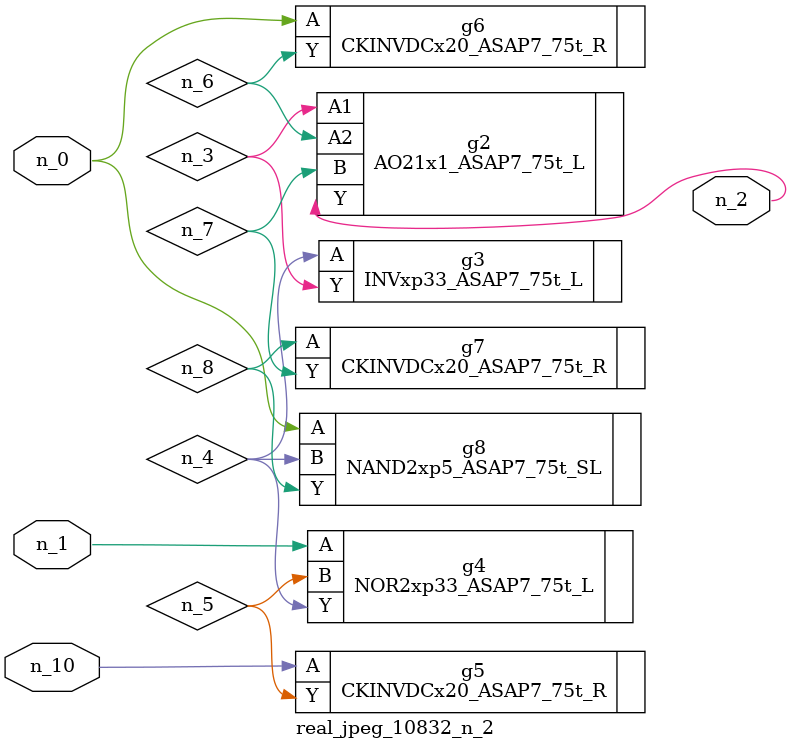
<source format=v>
module real_jpeg_10832_n_2 (n_1, n_10, n_0, n_2);

input n_1;
input n_10;
input n_0;

output n_2;

wire n_5;
wire n_4;
wire n_8;
wire n_6;
wire n_7;
wire n_3;

CKINVDCx20_ASAP7_75t_R g6 ( 
.A(n_0),
.Y(n_6)
);

NAND2xp5_ASAP7_75t_SL g8 ( 
.A(n_0),
.B(n_4),
.Y(n_8)
);

NOR2xp33_ASAP7_75t_L g4 ( 
.A(n_1),
.B(n_5),
.Y(n_4)
);

AO21x1_ASAP7_75t_L g2 ( 
.A1(n_3),
.A2(n_6),
.B(n_7),
.Y(n_2)
);

INVxp33_ASAP7_75t_L g3 ( 
.A(n_4),
.Y(n_3)
);

CKINVDCx20_ASAP7_75t_R g7 ( 
.A(n_8),
.Y(n_7)
);

CKINVDCx20_ASAP7_75t_R g5 ( 
.A(n_10),
.Y(n_5)
);


endmodule
</source>
